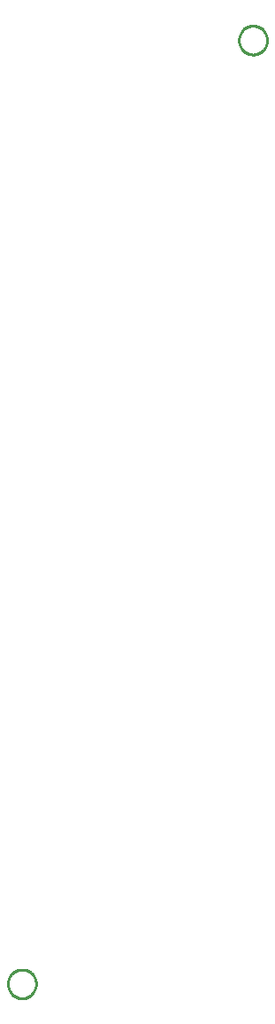
<source format=gbr>
G04 DipTrace 3.0.0.1*
G04 TopAssy.gbr*
%MOIN*%
G04 #@! TF.FileFunction,Drawing,Top*
G04 #@! TF.Part,Single*
%ADD10C,0.01*%
%FSLAX26Y26*%
G04*
G70*
G90*
G75*
G01*
G04 TopAssy*
%LPD*%
X641047Y485157D2*
D10*
X641176Y488934D1*
X641563Y492691D1*
X642204Y496413D1*
X643099Y500079D1*
X644241Y503672D1*
X645625Y507176D1*
X647245Y510572D1*
X649094Y513844D1*
X651160Y516977D1*
X653436Y519954D1*
X655909Y522762D1*
X658568Y525387D1*
X661399Y527816D1*
X664389Y530036D1*
X667524Y532039D1*
X670787Y533813D1*
X674164Y535350D1*
X677637Y536642D1*
X681190Y537683D1*
X684805Y538469D1*
X688465Y538995D1*
X692152Y539258D1*
X695848D1*
X699535Y538995D1*
X703195Y538469D1*
X706810Y537683D1*
X710363Y536642D1*
X713836Y535350D1*
X717213Y533813D1*
X720476Y532039D1*
X723611Y530036D1*
X726601Y527816D1*
X729432Y525387D1*
X732091Y522762D1*
X734564Y519954D1*
X736840Y516977D1*
X738906Y513844D1*
X740755Y510572D1*
X742375Y507176D1*
X743759Y503672D1*
X744901Y500079D1*
X745796Y496413D1*
X746437Y492691D1*
X746824Y488934D1*
X746953Y485157D1*
X746824Y481381D1*
X746437Y477624D1*
X745796Y473902D1*
X744901Y470236D1*
X743759Y466643D1*
X742375Y463139D1*
X740755Y459743D1*
X738906Y456471D1*
X736840Y453338D1*
X734564Y450361D1*
X732091Y447553D1*
X729432Y444928D1*
X726601Y442499D1*
X723611Y440278D1*
X720476Y438276D1*
X717213Y436502D1*
X713836Y434965D1*
X710363Y433673D1*
X706810Y432632D1*
X703195Y431846D1*
X699535Y431320D1*
X695848Y431057D1*
X692152D1*
X688465Y431320D1*
X684805Y431846D1*
X681190Y432632D1*
X677637Y433673D1*
X674164Y434965D1*
X670787Y436502D1*
X667524Y438276D1*
X664389Y440278D1*
X661399Y442499D1*
X658568Y444928D1*
X655909Y447553D1*
X653436Y450361D1*
X651160Y453338D1*
X649094Y456471D1*
X647245Y459743D1*
X645625Y463139D1*
X644241Y466643D1*
X643099Y470236D1*
X642204Y473902D1*
X641563Y477624D1*
X641176Y481381D1*
X641047Y485157D1*
X1512110Y4033386D2*
X1512239Y4037162D1*
X1512626Y4040920D1*
X1513267Y4044641D1*
X1514162Y4048307D1*
X1515304Y4051901D1*
X1516688Y4055404D1*
X1518308Y4058800D1*
X1520157Y4062072D1*
X1522223Y4065205D1*
X1524499Y4068182D1*
X1526972Y4070990D1*
X1529631Y4073615D1*
X1532462Y4076044D1*
X1535452Y4078265D1*
X1538587Y4080267D1*
X1541850Y4082041D1*
X1545227Y4083578D1*
X1548700Y4084870D1*
X1552253Y4085912D1*
X1555868Y4086697D1*
X1559528Y4087223D1*
X1563215Y4087487D1*
X1566911D1*
X1570598Y4087223D1*
X1574258Y4086697D1*
X1577873Y4085912D1*
X1581426Y4084870D1*
X1584899Y4083578D1*
X1588276Y4082041D1*
X1591539Y4080267D1*
X1594674Y4078265D1*
X1597664Y4076044D1*
X1600495Y4073615D1*
X1603154Y4070990D1*
X1605627Y4068182D1*
X1607903Y4065205D1*
X1609969Y4062072D1*
X1611818Y4058800D1*
X1613438Y4055404D1*
X1614822Y4051901D1*
X1615964Y4048307D1*
X1616859Y4044641D1*
X1617500Y4040920D1*
X1617887Y4037162D1*
X1618016Y4033386D1*
X1617887Y4029610D1*
X1617500Y4025852D1*
X1616859Y4022131D1*
X1615964Y4018465D1*
X1614822Y4014871D1*
X1613438Y4011368D1*
X1611818Y4007972D1*
X1609969Y4004699D1*
X1607903Y4001567D1*
X1605627Y3998589D1*
X1603154Y3995781D1*
X1600495Y3993157D1*
X1597664Y3990728D1*
X1594674Y3988507D1*
X1591539Y3986505D1*
X1588276Y3984731D1*
X1584899Y3983194D1*
X1581426Y3981901D1*
X1577873Y3980860D1*
X1574258Y3980074D1*
X1570598Y3979549D1*
X1566911Y3979285D1*
X1563215D1*
X1559528Y3979549D1*
X1555868Y3980074D1*
X1552253Y3980860D1*
X1548700Y3981901D1*
X1545227Y3983194D1*
X1541850Y3984731D1*
X1538587Y3986505D1*
X1535452Y3988507D1*
X1532462Y3990728D1*
X1529631Y3993157D1*
X1526972Y3995781D1*
X1524499Y3998589D1*
X1522223Y4001567D1*
X1520157Y4004699D1*
X1518308Y4007972D1*
X1516688Y4011368D1*
X1515304Y4014871D1*
X1514162Y4018465D1*
X1513267Y4022131D1*
X1512626Y4025852D1*
X1512239Y4029610D1*
X1512110Y4033386D1*
M02*

</source>
